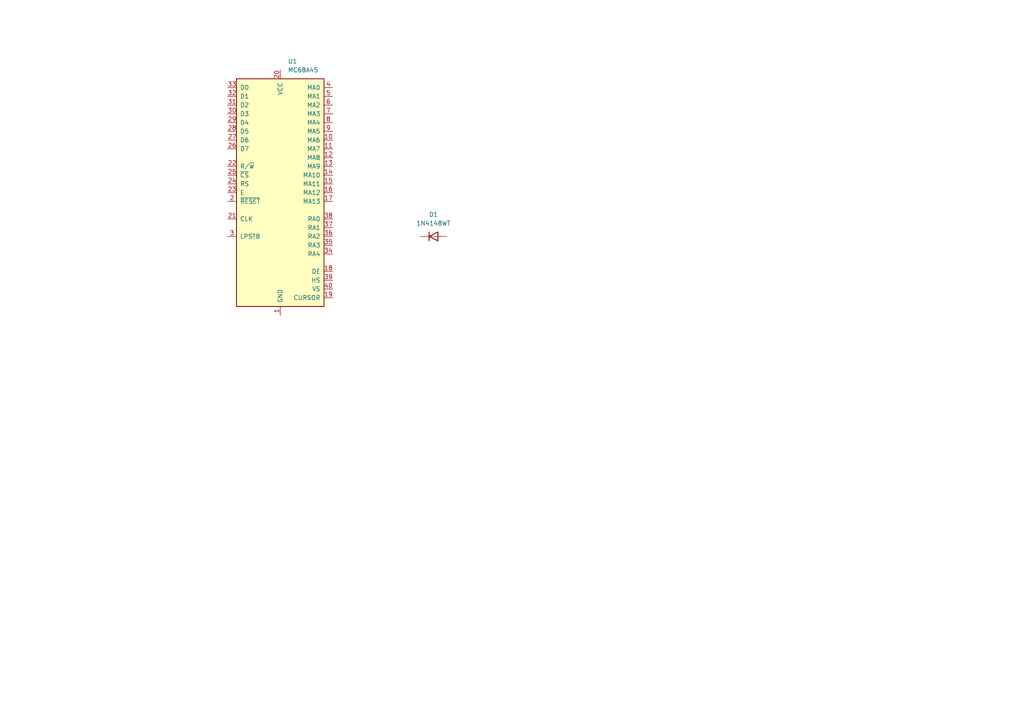
<source format=kicad_sch>
(kicad_sch (version 20231120) (generator "eeschema") (generator_version "8.0")
  (paper "A4")
  (lib_symbols
    (symbol "Diode:1N4148WT" (pin_numbers hide) (pin_names hide)
      (property "Reference" "D" (at 0 2.54 0))
      (property "Value" "1N4148WT" (at 0 -2.54 0))
      (symbol "1N4148WT_0_1"
        (polyline (pts (xy -1.27 1.27) (xy -1.27 -1.27)) (stroke (width 0.254)))
        (polyline (pts (xy 1.27 0) (xy -1.27 0)))
        (polyline (pts (xy 1.27 1.27) (xy 1.27 -1.27) (xy -1.27 0) (xy 1.27 1.27)) (stroke (width 0.254)))
      )
      (symbol "1N4148WT_1_1"
        (pin passive line (at -3.81 0 0) (length 2.54) (name "K") (number "1"))
        (pin passive line (at 3.81 0 180) (length 2.54) (name "A") (number "2"))
      )
    )
    (symbol "GPU:MC68A45" (pin_names (offset 1.016))
      (property "Reference" "U" (at -10.16 34.29 0))
      (property "Value" "MC68A45" (at 12.7 34.29 0))
      (symbol "MC68A45_0_1"
        (rectangle (start -12.7 -33.02) (end 12.7 33.02) (stroke (width 0.254)) (fill (type background)))
      )
      (symbol "MC68A45_1_1"
        (pin power_in line (at 0 -35.56 90) (length 2.54) (name "GND") (number "1"))
        (pin output line (at 15.24 15.24 180) (length 2.54) (name "MA6") (number "10"))
        (pin output line (at 15.24 12.7 180) (length 2.54) (name "MA7") (number "11"))
        (pin output line (at 15.24 10.16 180) (length 2.54) (name "MA8") (number "12"))
        (pin output line (at 15.24 7.62 180) (length 2.54) (name "MA9") (number "13"))
        (pin output line (at 15.24 5.08 180) (length 2.54) (name "MA10") (number "14"))
        (pin output line (at 15.24 2.54 180) (length 2.54) (name "MA11") (number "15"))
        (pin output line (at 15.24 0 180) (length 2.54) (name "MA12") (number "16"))
        (pin output line (at 15.24 -2.54 180) (length 2.54) (name "MA13") (number "17"))
        (pin output line (at 15.24 -22.86 180) (length 2.54) (name "DE") (number "18"))
        (pin output line (at 15.24 -30.48 180) (length 2.54) (name "CURSOR") (number "19"))
        (pin input line (at -15.24 -2.54 0) (length 2.54) (name "~{RESET}") (number "2"))
        (pin power_in line (at 0 35.56 270) (length 2.54) (name "VCC") (number "20"))
        (pin input line (at -15.24 -7.62 0) (length 2.54) (name "CLK") (number "21"))
        (pin input line (at -15.24 7.62 0) (length 2.54) (name "R/~{W}") (number "22"))
        (pin input line (at -15.24 0 0) (length 2.54) (name "E") (number "23"))
        (pin input line (at -15.24 2.54 0) (length 2.54) (name "RS") (number "24"))
        (pin input line (at -15.24 5.08 0) (length 2.54) (name "~{CS}") (number "25"))
        (pin bidirectional line (at -15.24 12.7 0) (length 2.54) (name "D7") (number "26"))
        (pin bidirectional line (at -15.24 15.24 0) (length 2.54) (name "D6") (number "27"))
        (pin bidirectional line (at -15.24 17.78 0) (length 2.54) (name "D5") (number "28"))
        (pin bidirectional line (at -15.24 20.32 0) (length 2.54) (name "D4") (number "29"))
        (pin input line (at -15.24 -12.7 0) (length 2.54) (name "LPSTB") (number "3"))
        (pin bidirectional line (at -15.24 22.86 0) (length 2.54) (name "D3") (number "30"))
        (pin bidirectional line (at -15.24 25.4 0) (length 2.54) (name "D2") (number "31"))
        (pin bidirectional line (at -15.24 27.94 0) (length 2.54) (name "D1") (number "32"))
        (pin bidirectional line (at -15.24 30.48 0) (length 2.54) (name "D0") (number "33"))
        (pin output line (at 15.24 -17.78 180) (length 2.54) (name "RA4") (number "34"))
        (pin output line (at 15.24 -15.24 180) (length 2.54) (name "RA3") (number "35"))
        (pin output line (at 15.24 -12.7 180) (length 2.54) (name "RA2") (number "36"))
        (pin output line (at 15.24 -10.16 180) (length 2.54) (name "RA1") (number "37"))
        (pin output line (at 15.24 -7.62 180) (length 2.54) (name "RA0") (number "38"))
        (pin output line (at 15.24 -25.4 180) (length 2.54) (name "HS") (number "39"))
        (pin output line (at 15.24 30.48 180) (length 2.54) (name "MA0") (number "4"))
        (pin output line (at 15.24 -27.94 180) (length 2.54) (name "VS") (number "40"))
        (pin output line (at 15.24 27.94 180) (length 2.54) (name "MA1") (number "5"))
        (pin output line (at 15.24 25.4 180) (length 2.54) (name "MA2") (number "6"))
        (pin output line (at 15.24 22.86 180) (length 2.54) (name "MA3") (number "7"))
        (pin output line (at 15.24 20.32 180) (length 2.54) (name "MA4") (number "8"))
        (pin output line (at 15.24 17.78 180) (length 2.54) (name "MA5") (number "9"))
      )
    )
  )
  (symbol (lib_id "GPU:MC68A45") (at 81.28 55.88 0) (unit 1)
    (property "Reference" "U1" (at 83.4741 17.78 0) (effects (justify left)))
    (property "Value" "MC68A45" (at 83.4741 20.32 0) (effects (justify left)))
    (property "Footprint" "Package_DIP:DIP-40_W15.24mm" (effects (hide yes)))
    (property "Datasheet" "http://pdf.datasheetcatalog.com/datasheet_pdf/motorola/MC6845L_and_MC6845P.pdf" (effects (hide yes)))
    (property "Description" "CRT Controller 1.5MHz, DIP-40" (effects (hide yes)))
  )
  (symbol (lib_id "Diode:1N4148WT") (at 125.73 68.58 0) (unit 1)
    (property "Reference" "D1" (at 125.73 62.23 0))
    (property "Value" "1N4148WT" (at 125.73 64.77 0))
    (property "Footprint" "Diode_SMD:D_SOD-523" (effects (hide yes)))
    (property "Datasheet" "https://www.diodes.com/assets/Datasheets/ds30396.pdf" (effects (hide yes)))
    (property "Description" "75V 0.15A Fast switching Diode, SOD-523" (effects (hide yes)))
    (property "Sim.Device" "D" (effects (hide yes)))
    (property "Sim.Pins" "1=K 2=A" (effects (hide yes)))
  )
)
</source>
